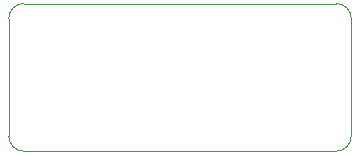
<source format=gbr>
%TF.GenerationSoftware,Altium Limited,Altium Designer,25.4.2 (15)*%
G04 Layer_Color=0*
%FSLAX45Y45*%
%MOMM*%
%TF.SameCoordinates,1522253E-FD60-42A7-B073-15BD1CB80B22*%
%TF.FilePolarity,Positive*%
%TF.FileFunction,Profile,NP*%
%TF.Part,Single*%
G01*
G75*
%TA.AperFunction,Profile*%
%ADD21C,0.02540*%
D21*
X0Y127000D02*
Y1123000D01*
D02*
G02*
X127000Y1250000I127000J0D01*
G01*
X2773000D01*
D02*
G02*
X2900000Y1123000I0J-127000D01*
G01*
Y127000D01*
D02*
G02*
X2773000Y0I-127000J0D01*
G01*
X127000D01*
D02*
G02*
X0Y127000I0J127000D01*
G01*
%TF.MD5,02e840e7a1dbaa541d74fad56dfb994f*%
M02*

</source>
